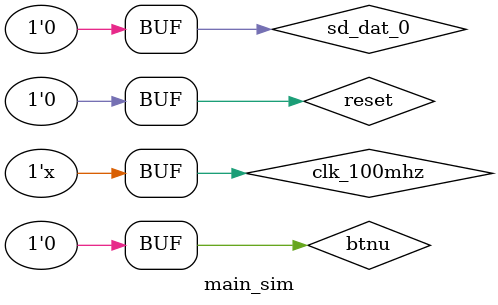
<source format=sv>
`timescale 1ns / 1ps


module main_sim;
    logic clk_100mhz, reset, sd_cmd, sd_sck, sd_reset, btnu, sd_dat_0, sd_dat_1, sd_dat_2, sd_dat_3;
    logic [15:0] led_out;
    main main_test (
        .led(led_out),
        .clk_100mhz(clk_100mhz),
        .btnc(reset),
        .btnu(btnu),
        .sd_cmd(sd_cmd),
        .sd_sck(sd_sck),
        .sd_dat_0(sd_dat_0),
        .sd_dat_1(sd_dat_1),
        .sd_dat_2(sd_dat_2),
        .sd_dat_3(sd_dat_3)
        );
    
    initial begin
        $display("Starting Sim");
        clk_100mhz <= 0;
        reset = 0;
        #20
        reset = 1;
        #20;
        reset = 0;
        sd_dat_0 = 1;
        #10000;
        sd_dat_0 = 0;
        #10000;
        sd_dat_0 = 1;
        #10000;
        sd_dat_0 = 0;
         #10000;
        sd_dat_0 = 1;
        #10000;
        sd_dat_0 = 0;
         #10000;
        sd_dat_0 = 1;
        #10000;
        sd_dat_0 = 0;
        btnu = 1;
        #20
        btnu = 0;
    end
    
    always begin
        #5;  //every 5 ns switch...so period of clock is 10 ns...100 MHz clock
        clk_100mhz = !clk_100mhz;
    end
endmodule

</source>
